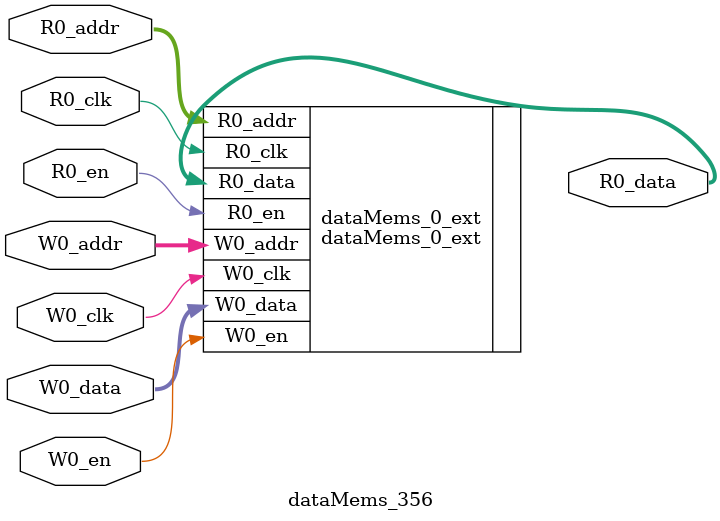
<source format=sv>
`ifndef RANDOMIZE
  `ifdef RANDOMIZE_REG_INIT
    `define RANDOMIZE
  `endif // RANDOMIZE_REG_INIT
`endif // not def RANDOMIZE
`ifndef RANDOMIZE
  `ifdef RANDOMIZE_MEM_INIT
    `define RANDOMIZE
  `endif // RANDOMIZE_MEM_INIT
`endif // not def RANDOMIZE

`ifndef RANDOM
  `define RANDOM $random
`endif // not def RANDOM

// Users can define 'PRINTF_COND' to add an extra gate to prints.
`ifndef PRINTF_COND_
  `ifdef PRINTF_COND
    `define PRINTF_COND_ (`PRINTF_COND)
  `else  // PRINTF_COND
    `define PRINTF_COND_ 1
  `endif // PRINTF_COND
`endif // not def PRINTF_COND_

// Users can define 'ASSERT_VERBOSE_COND' to add an extra gate to assert error printing.
`ifndef ASSERT_VERBOSE_COND_
  `ifdef ASSERT_VERBOSE_COND
    `define ASSERT_VERBOSE_COND_ (`ASSERT_VERBOSE_COND)
  `else  // ASSERT_VERBOSE_COND
    `define ASSERT_VERBOSE_COND_ 1
  `endif // ASSERT_VERBOSE_COND
`endif // not def ASSERT_VERBOSE_COND_

// Users can define 'STOP_COND' to add an extra gate to stop conditions.
`ifndef STOP_COND_
  `ifdef STOP_COND
    `define STOP_COND_ (`STOP_COND)
  `else  // STOP_COND
    `define STOP_COND_ 1
  `endif // STOP_COND
`endif // not def STOP_COND_

// Users can define INIT_RANDOM as general code that gets injected into the
// initializer block for modules with registers.
`ifndef INIT_RANDOM
  `define INIT_RANDOM
`endif // not def INIT_RANDOM

// If using random initialization, you can also define RANDOMIZE_DELAY to
// customize the delay used, otherwise 0.002 is used.
`ifndef RANDOMIZE_DELAY
  `define RANDOMIZE_DELAY 0.002
`endif // not def RANDOMIZE_DELAY

// Define INIT_RANDOM_PROLOG_ for use in our modules below.
`ifndef INIT_RANDOM_PROLOG_
  `ifdef RANDOMIZE
    `ifdef VERILATOR
      `define INIT_RANDOM_PROLOG_ `INIT_RANDOM
    `else  // VERILATOR
      `define INIT_RANDOM_PROLOG_ `INIT_RANDOM #`RANDOMIZE_DELAY begin end
    `endif // VERILATOR
  `else  // RANDOMIZE
    `define INIT_RANDOM_PROLOG_
  `endif // RANDOMIZE
`endif // not def INIT_RANDOM_PROLOG_

// Include register initializers in init blocks unless synthesis is set
`ifndef SYNTHESIS
  `ifndef ENABLE_INITIAL_REG_
    `define ENABLE_INITIAL_REG_
  `endif // not def ENABLE_INITIAL_REG_
`endif // not def SYNTHESIS

// Include rmemory initializers in init blocks unless synthesis is set
`ifndef SYNTHESIS
  `ifndef ENABLE_INITIAL_MEM_
    `define ENABLE_INITIAL_MEM_
  `endif // not def ENABLE_INITIAL_MEM_
`endif // not def SYNTHESIS

module dataMems_356(	// @[generators/ara/src/main/scala/UnsafeAXI4ToTL.scala:365:62]
  input  [4:0]  R0_addr,
  input         R0_en,
  input         R0_clk,
  output [66:0] R0_data,
  input  [4:0]  W0_addr,
  input         W0_en,
  input         W0_clk,
  input  [66:0] W0_data
);

  dataMems_0_ext dataMems_0_ext (	// @[generators/ara/src/main/scala/UnsafeAXI4ToTL.scala:365:62]
    .R0_addr (R0_addr),
    .R0_en   (R0_en),
    .R0_clk  (R0_clk),
    .R0_data (R0_data),
    .W0_addr (W0_addr),
    .W0_en   (W0_en),
    .W0_clk  (W0_clk),
    .W0_data (W0_data)
  );
endmodule


</source>
